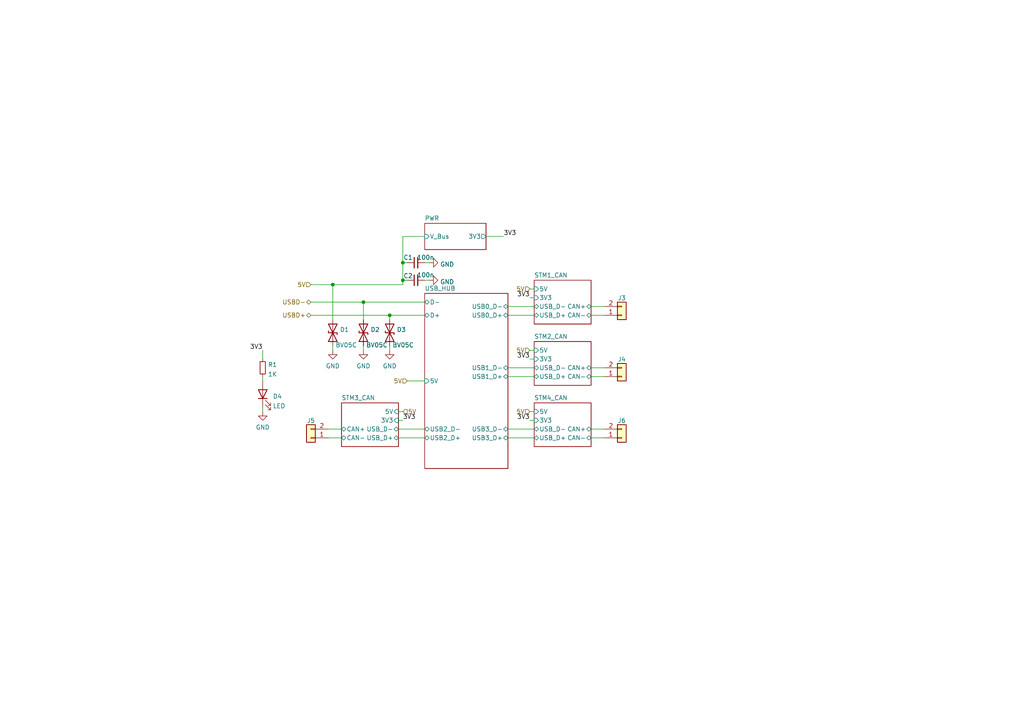
<source format=kicad_sch>
(kicad_sch (version 20230121) (generator eeschema)
  (paper "A4")
  (lib_symbols
    (symbol "Connector_Generic:Conn_01x02" (pin_names (offset 1.016) hide)
      (property "Reference" "J" (at 0 2.54 0))
      (property "Value" "Conn_01x02" (at 0 -5.08 0))
      (symbol "Conn_01x02_1_1"
        (rectangle (start -1.27 -2.413) (end 0 -2.667) (stroke (width 0.1524)))
        (rectangle (start -1.27 0.127) (end 0 -0.127) (stroke (width 0.1524)))
        (rectangle (start -1.27 1.27) (end 1.27 -3.81) (stroke (width 0.254)) (fill (type background)))
        (pin passive line (at -5.08 0 0) (length 3.81) (name "Pin_1") (number "1"))
        (pin passive line (at -5.08 -2.54 0) (length 3.81) (name "Pin_2") (number "2"))
      )
    )
    (symbol "Device:C_Small" (pin_numbers hide) (pin_names (offset 0.254) hide)
      (property "Reference" "C" (at 0.254 1.778 0))
      (property "Value" "C_Small" (at 0.254 -2.032 0))
      (symbol "C_Small_0_1"
        (polyline (pts (xy -1.524 -0.508) (xy 1.524 -0.508)) (stroke (width 0.3302)))
        (polyline (pts (xy -1.524 0.508) (xy 1.524 0.508)) (stroke (width 0.3048)))
      )
      (symbol "C_Small_1_1"
        (pin passive line (at 0 2.54 270) (length 2.032) (name "~") (number "1"))
        (pin passive line (at 0 -2.54 90) (length 2.032) (name "~") (number "2"))
      )
    )
    (symbol "Device:D_TVS" (pin_numbers hide) (pin_names (offset 1.016) hide)
      (property "Reference" "D" (at 0 2.54 0))
      (property "Value" "D_TVS" (at 0 -2.54 0))
      (symbol "D_TVS_0_1"
        (polyline (pts (xy 1.27 0) (xy -1.27 0)))
        (polyline (pts (xy 0.508 1.27) (xy 0 1.27) (xy 0 -1.27) (xy -0.508 -1.27)) (stroke (width 0.254)))
        (polyline (pts (xy -2.54 1.27) (xy -2.54 -1.27) (xy 2.54 1.27) (xy 2.54 -1.27) (xy -2.54 1.27)) (stroke (width 0.254)))
      )
      (symbol "D_TVS_1_1"
        (pin passive line (at -3.81 0 0) (length 2.54) (name "A1") (number "1"))
        (pin passive line (at 3.81 0 180) (length 2.54) (name "A2") (number "2"))
      )
    )
    (symbol "Device:LED" (pin_numbers hide) (pin_names (offset 1.016) hide)
      (property "Reference" "D" (at 0 2.54 0))
      (property "Value" "LED" (at 0 -2.54 0))
      (symbol "LED_0_1"
        (polyline (pts (xy -1.27 -1.27) (xy -1.27 1.27)) (stroke (width 0.254)))
        (polyline (pts (xy -1.27 0) (xy 1.27 0)))
        (polyline (pts (xy 1.27 -1.27) (xy 1.27 1.27) (xy -1.27 0) (xy 1.27 -1.27)) (stroke (width 0.254)))
        (polyline (pts (xy -3.048 -0.762) (xy -4.572 -2.286) (xy -3.81 -2.286) (xy -4.572 -2.286) (xy -4.572 -1.524)))
        (polyline (pts (xy -1.778 -0.762) (xy -3.302 -2.286) (xy -2.54 -2.286) (xy -3.302 -2.286) (xy -3.302 -1.524)))
      )
      (symbol "LED_1_1"
        (pin passive line (at -3.81 0 0) (length 2.54) (name "K") (number "1"))
        (pin passive line (at 3.81 0 180) (length 2.54) (name "A") (number "2"))
      )
    )
    (symbol "Device:R_Small" (pin_numbers hide) (pin_names (offset 0.254) hide)
      (property "Reference" "R" (at 0.762 0.508 0))
      (property "Value" "R_Small" (at 0.762 -1.016 0))
      (symbol "R_Small_0_1"
        (rectangle (start -0.762 1.778) (end 0.762 -1.778) (stroke (width 0.2032)))
      )
      (symbol "R_Small_1_1"
        (pin passive line (at 0 2.54 270) (length 0.762) (name "~") (number "1"))
        (pin passive line (at 0 -2.54 90) (length 0.762) (name "~") (number "2"))
      )
    )
    (symbol "power:GND" (power) (pin_names (offset 0))
      (property "Value" "GND" (at 0 -3.81 0))
      (symbol "GND_0_1"
        (polyline (pts (xy 0 0) (xy 0 -1.27) (xy 1.27 -1.27) (xy 0 -2.54) (xy -1.27 -1.27) (xy 0 -1.27)))
      )
      (symbol "GND_1_1"
        (pin power_in line (at 0 0 270) (length 0) hide (name "GND") (number "1"))
      )
    )
  )
  (junction (at 116.84 81.28))
  (junction (at 96.52 82.55))
  (junction (at 105.41 87.63))
  (junction (at 113.03 91.44))
  (junction (at 116.84 76.2))
  (wire (pts (xy 116.84 81.28) (xy 118.11 81.28)))
  (wire (pts (xy 105.41 87.63) (xy 123.19 87.63)))
  (wire (pts (xy 171.45 91.44) (xy 175.26 91.44)))
  (wire (pts (xy 96.52 82.55) (xy 116.84 82.55)))
  (wire (pts (xy 116.84 119.38) (xy 115.57 119.38)))
  (wire (pts (xy 153.67 83.82) (xy 154.94 83.82)))
  (wire (pts (xy 90.17 87.63) (xy 105.41 87.63)))
  (wire (pts (xy 96.52 82.55) (xy 96.52 92.71)))
  (wire (pts (xy 90.17 91.44) (xy 113.03 91.44)))
  (wire (pts (xy 90.17 82.55) (xy 96.52 82.55)))
  (wire (pts (xy 116.84 68.58) (xy 116.84 76.2)))
  (wire (pts (xy 171.45 88.9) (xy 175.26 88.9)))
  (wire (pts (xy 105.41 87.63) (xy 105.41 92.71)))
  (wire (pts (xy 147.32 91.44) (xy 154.94 91.44)))
  (wire (pts (xy 116.84 68.58) (xy 123.19 68.58)))
  (wire (pts (xy 99.06 127) (xy 95.25 127)))
  (wire (pts (xy 147.32 88.9) (xy 154.94 88.9)))
  (wire (pts (xy 115.57 127) (xy 123.19 127)))
  (wire (pts (xy 76.2 118.11) (xy 76.2 119.38)))
  (wire (pts (xy 113.03 100.33) (xy 113.03 101.6)))
  (wire (pts (xy 113.03 91.44) (xy 123.19 91.44)))
  (wire (pts (xy 113.03 91.44) (xy 113.03 92.71)))
  (wire (pts (xy 123.19 76.2) (xy 124.46 76.2)))
  (wire (pts (xy 153.67 119.38) (xy 154.94 119.38)))
  (wire (pts (xy 147.32 127) (xy 154.94 127)))
  (wire (pts (xy 76.2 109.22) (xy 76.2 110.49)))
  (wire (pts (xy 153.67 121.92) (xy 154.94 121.92)))
  (wire (pts (xy 116.84 121.92) (xy 115.57 121.92)))
  (wire (pts (xy 115.57 124.46) (xy 123.19 124.46)))
  (wire (pts (xy 99.06 124.46) (xy 95.25 124.46)))
  (wire (pts (xy 140.97 68.58) (xy 146.05 68.58)))
  (wire (pts (xy 171.45 106.68) (xy 175.26 106.68)))
  (wire (pts (xy 153.67 101.6) (xy 154.94 101.6)))
  (wire (pts (xy 116.84 76.2) (xy 116.84 81.28)))
  (wire (pts (xy 171.45 109.22) (xy 175.26 109.22)))
  (wire (pts (xy 153.67 86.36) (xy 154.94 86.36)))
  (wire (pts (xy 147.32 106.68) (xy 154.94 106.68)))
  (wire (pts (xy 96.52 100.33) (xy 96.52 101.6)))
  (wire (pts (xy 171.45 124.46) (xy 175.26 124.46)))
  (wire (pts (xy 76.2 101.6) (xy 76.2 104.14)))
  (wire (pts (xy 116.84 82.55) (xy 116.84 81.28)))
  (wire (pts (xy 147.32 109.22) (xy 154.94 109.22)))
  (wire (pts (xy 105.41 100.33) (xy 105.41 101.6)))
  (wire (pts (xy 153.67 104.14) (xy 154.94 104.14)))
  (wire (pts (xy 171.45 127) (xy 175.26 127)))
  (wire (pts (xy 147.32 124.46) (xy 154.94 124.46)))
  (wire (pts (xy 116.84 76.2) (xy 118.11 76.2)))
  (wire (pts (xy 118.11 110.49) (xy 123.19 110.49)))
  (wire (pts (xy 123.19 81.28) (xy 124.46 81.28)))
  (label "3V3" (at 153.67 121.92 180))
  (label "3V3" (at 146.05 68.58 0))
  (label "3V3" (at 116.84 121.92 0))
  (label "3V3" (at 153.67 86.36 180))
  (label "3V3" (at 153.67 104.14 180))
  (label "3V3" (at 76.2 101.6 180))
  (hierarchical_label "5V" (shape input) (at 116.84 119.38 0))
  (hierarchical_label "USBD-" (shape bidirectional) (at 90.17 87.63 180))
  (hierarchical_label "5V" (shape input) (at 153.67 83.82 180))
  (hierarchical_label "USBD+" (shape bidirectional) (at 90.17 91.44 180))
  (hierarchical_label "5V" (shape input) (at 153.67 119.38 180))
  (hierarchical_label "5V" (shape input) (at 118.11 110.49 180))
  (hierarchical_label "5V" (shape input) (at 153.67 101.6 180))
  (hierarchical_label "5V" (shape input) (at 90.17 82.55 180))
  (symbol (lib_id "power:GND") (at 113.03 101.6 0) (unit 1)
    (property "Reference" "#PWR09" (effects hide))
    (property "Value" "GND" (at 113.03 106.1625 0))
  )
  (symbol (lib_id "Device:R_Small") (at 76.2 106.68 0) (unit 1)
    (property "Reference" "R1" (at 77.6986 105.7715 0) (effects (justify left)))
    (property "Value" "1K" (at 77.6986 108.5466 0) (effects (justify left)))
    (property "Footprint" "Resistor_SMD:R_0603_1608Metric" (effects hide))
  )
  (symbol (lib_id "power:GND") (at 76.2 119.38 0) (unit 1)
    (property "Reference" "#PWR010" (effects hide))
    (property "Value" "GND" (at 76.2 123.9425 0))
  )
  (symbol (lib_id "Device:D_TVS") (at 105.41 96.52 90) (unit 1)
    (property "Reference" "D2" (at 107.442 95.6115 90) (effects (justify right)))
    (property "Value" "BV05C" (at 106.172 100.076 90) (effects (justify right)))
    (property "Footprint" "Diode_SMD:D_SOD-323" (effects hide))
  )
  (symbol (lib_id "Device:C_Small") (at 120.65 81.28 90) (unit 1)
    (property "Reference" "C2" (at 118.364 80.01 90))
    (property "Value" "100n" (at 123.444 79.756 90))
    (property "Footprint" "Capacitor_SMD:C_0603_1608Metric" (effects hide))
  )
  (symbol (lib_id "power:GND") (at 105.41 101.6 0) (unit 1)
    (property "Reference" "#PWR08" (effects hide))
    (property "Value" "GND" (at 105.41 106.1625 0))
  )
  (symbol (lib_id "Connector_Generic:Conn_01x02") (at 180.34 127 0) (mirror x) (unit 1)
    (property "Reference" "J6" (at 180.34 121.9985 0))
    (property "Value" "Conn_01x02" (effects hide))
    (property "Footprint" "Connector_JST:JST_GH_SM02B-GHS-TB_1x02-1MP_P1.25mm_Horizontal" (effects hide))
  )
  (symbol (lib_id "power:GND") (at 124.46 76.2 90) (unit 1)
    (property "Reference" "#PWR05" (effects hide))
    (property "Value" "GND" (at 127.635 76.679 90) (effects (justify right)))
  )
  (symbol (lib_id "Connector_Generic:Conn_01x02") (at 180.34 109.22 0) (mirror x) (unit 1)
    (property "Reference" "J4" (at 180.34 104.2185 0))
    (property "Value" "Conn_01x02" (effects hide))
    (property "Footprint" "Connector_JST:JST_GH_SM02B-GHS-TB_1x02-1MP_P1.25mm_Horizontal" (effects hide))
  )
  (symbol (lib_id "Connector_Generic:Conn_01x02") (at 90.17 127 180) (unit 1)
    (property "Reference" "J5" (at 90.17 121.9985 0))
    (property "Value" "Conn_01x02" (effects hide))
    (property "Footprint" "Connector_JST:JST_GH_SM02B-GHS-TB_1x02-1MP_P1.25mm_Horizontal" (effects hide))
  )
  (symbol (lib_id "Connector_Generic:Conn_01x02") (at 180.34 91.44 0) (mirror x) (unit 1)
    (property "Reference" "J3" (at 180.34 86.4385 0))
    (property "Value" "Conn_01x02" (effects hide))
    (property "Footprint" "Connector_JST:JST_GH_SM02B-GHS-TB_1x02-1MP_P1.25mm_Horizontal" (effects hide))
  )
  (symbol (lib_id "Device:D_TVS") (at 96.52 96.52 90) (unit 1)
    (property "Reference" "D1" (at 98.552 95.6115 90) (effects (justify right)))
    (property "Value" "BV05C" (at 97.282 100.076 90) (effects (justify right)))
    (property "Footprint" "Diode_SMD:D_SOD-323" (effects hide))
  )
  (symbol (lib_id "Device:C_Small") (at 120.65 76.2 90) (unit 1)
    (property "Reference" "C1" (at 118.364 74.676 90))
    (property "Value" "100n" (at 123.444 74.676 90))
    (property "Footprint" "Capacitor_SMD:C_0603_1608Metric" (effects hide))
  )
  (symbol (lib_id "power:GND") (at 96.52 101.6 0) (unit 1)
    (property "Reference" "#PWR07" (effects hide))
    (property "Value" "GND" (at 96.52 106.1625 0))
  )
  (symbol (lib_id "power:GND") (at 124.46 81.28 90) (unit 1)
    (property "Reference" "#PWR06" (effects hide))
    (property "Value" "GND" (at 127.635 81.759 90) (effects (justify right)))
  )
  (symbol (lib_id "Device:D_TVS") (at 113.03 96.52 90) (unit 1)
    (property "Reference" "D3" (at 115.062 95.6115 90) (effects (justify right)))
    (property "Value" "BV05C" (at 113.792 100.076 90) (effects (justify right)))
    (property "Footprint" "Diode_SMD:D_SOD-323" (effects hide))
  )
  (symbol (lib_id "Device:LED") (at 76.2 114.3 90) (unit 1)
    (property "Reference" "D4" (at 79.121 114.979 90) (effects (justify right)))
    (property "Value" "LED" (at 79.121 117.7541 90) (effects (justify right)))
    (property "Footprint" "LED_SMD:LED_0603_1608Metric" (effects hide))
  )
  (sheet (at 99.06 116.84) (size 16.51 12.7) (stroke (width 0.1524))
    (property "Sheetname" "STM3_CAN" (at 99.06 116.1284 0) (effects (justify left bottom)))
    (property "Sheetfile" "subsch/STM1_CAN.kicad_sch" (effects hide))
    (pin "USB_D-" bidirectional (at 115.57 124.46 0))
    (pin "USB_D+" bidirectional (at 115.57 127 0))
    (pin "5V" input (at 115.57 119.38 0))
    (pin "3V3" input (at 115.57 121.92 0))
    (pin "CAN+" bidirectional (at 99.06 124.46 180))
    (pin "CAN-" bidirectional (at 99.06 127 180))
  )
  (sheet (at 123.19 64.77) (size 17.78 7.62) (stroke (width 0.1524))
    (property "Sheetname" "PWR" (at 123.19 64.0584 0) (effects (justify left bottom)))
    (property "Sheetfile" "subsch/PWR.kicad_sch" (effects hide))
    (pin "V_Bus" input (at 123.19 68.58 180))
    (pin "3V3" output (at 140.97 68.58 0))
  )
  (sheet (at 154.94 81.28) (size 16.51 12.7) (stroke (width 0.1524))
    (property "Sheetname" "STM1_CAN" (at 154.94 80.5684 0) (effects (justify left bottom)))
    (property "Sheetfile" "subsch/STM1_CAN.kicad_sch" (effects hide))
    (pin "USB_D-" bidirectional (at 154.94 88.9 180))
    (pin "USB_D+" bidirectional (at 154.94 91.44 180))
    (pin "5V" input (at 154.94 83.82 180))
    (pin "3V3" input (at 154.94 86.36 180))
    (pin "CAN+" bidirectional (at 171.45 88.9 0))
    (pin "CAN-" bidirectional (at 171.45 91.44 0))
  )
  (sheet (at 154.94 99.06) (size 16.51 12.7) (stroke (width 0.1524))
    (property "Sheetname" "STM2_CAN" (at 154.94 98.3484 0) (effects (justify left bottom)))
    (property "Sheetfile" "subsch/STM1_CAN.kicad_sch" (effects hide))
    (pin "USB_D-" bidirectional (at 154.94 106.68 180))
    (pin "USB_D+" bidirectional (at 154.94 109.22 180))
    (pin "5V" input (at 154.94 101.6 180))
    (pin "3V3" input (at 154.94 104.14 180))
    (pin "CAN+" bidirectional (at 171.45 106.68 0))
    (pin "CAN-" bidirectional (at 171.45 109.22 0))
  )
  (sheet (at 154.94 116.84) (size 16.51 12.7) (stroke (width 0.1524))
    (property "Sheetname" "STM4_CAN" (at 154.94 116.1284 0) (effects (justify left bottom)))
    (property "Sheetfile" "subsch/STM1_CAN.kicad_sch" (effects hide))
    (pin "USB_D-" bidirectional (at 154.94 124.46 180))
    (pin "USB_D+" bidirectional (at 154.94 127 180))
    (pin "5V" input (at 154.94 119.38 180))
    (pin "3V3" input (at 154.94 121.92 180))
    (pin "CAN+" bidirectional (at 171.45 124.46 0))
    (pin "CAN-" bidirectional (at 171.45 127 0))
  )
  (sheet (at 123.19 85.09) (size 24.13 50.8) (stroke (width 0.1524))
    (property "Sheetname" "USB_HUB" (at 123.19 84.3784 0) (effects (justify left bottom)))
    (property "Sheetfile" "subsch/USB_HUB.kicad_sch" (effects hide))
    (pin "D+" bidirectional (at 123.19 91.44 180))
    (pin "D-" bidirectional (at 123.19 87.63 180))
    (pin "USB1_D+" bidirectional (at 147.32 109.22 0))
    (pin "USB1_D-" bidirectional (at 147.32 106.68 0))
    (pin "USB0_D-" bidirectional (at 147.32 88.9 0))
    (pin "USB0_D+" bidirectional (at 147.32 91.44 0))
    (pin "USB2_D-" bidirectional (at 123.19 124.46 180))
    (pin "USB2_D+" bidirectional (at 123.19 127 180))
    (pin "USB3_D-" bidirectional (at 147.32 124.46 0))
    (pin "USB3_D+" bidirectional (at 147.32 127 0))
    (pin "5V" input (at 123.19 110.49 180))
  )
)
</source>
